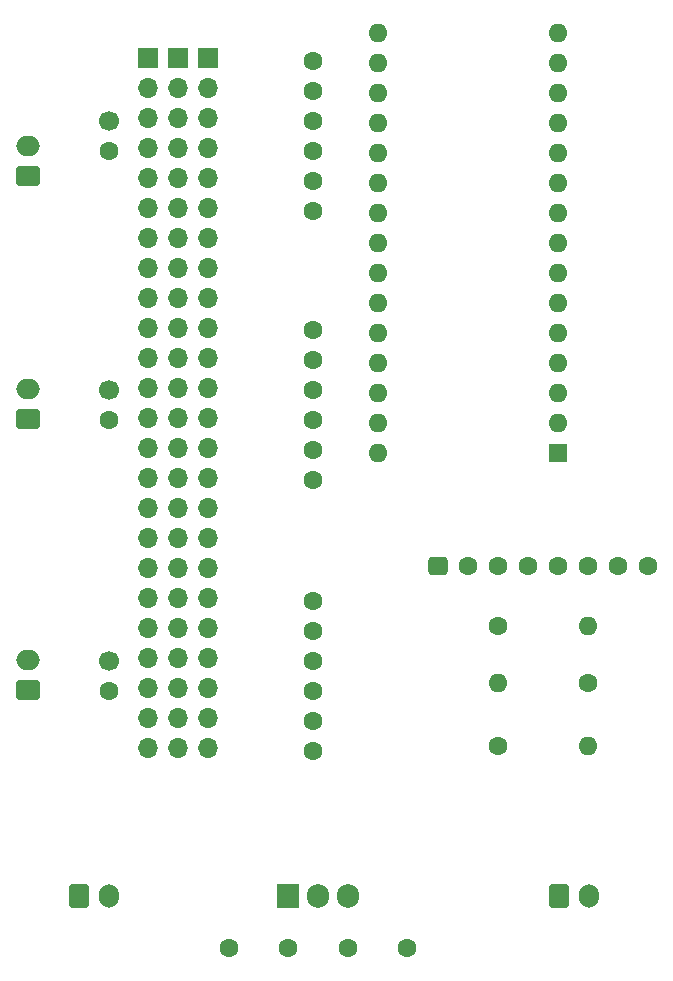
<source format=gbr>
%TF.GenerationSoftware,KiCad,Pcbnew,7.0.6*%
%TF.CreationDate,2023-07-22T19:38:55-06:00*%
%TF.ProjectId,Vib,5669622e-6b69-4636-9164-5f7063625858,3*%
%TF.SameCoordinates,Original*%
%TF.FileFunction,Soldermask,Bot*%
%TF.FilePolarity,Negative*%
%FSLAX46Y46*%
G04 Gerber Fmt 4.6, Leading zero omitted, Abs format (unit mm)*
G04 Created by KiCad (PCBNEW 7.0.6) date 2023-07-22 19:38:55*
%MOMM*%
%LPD*%
G01*
G04 APERTURE LIST*
G04 Aperture macros list*
%AMRoundRect*
0 Rectangle with rounded corners*
0 $1 Rounding radius*
0 $2 $3 $4 $5 $6 $7 $8 $9 X,Y pos of 4 corners*
0 Add a 4 corners polygon primitive as box body*
4,1,4,$2,$3,$4,$5,$6,$7,$8,$9,$2,$3,0*
0 Add four circle primitives for the rounded corners*
1,1,$1+$1,$2,$3*
1,1,$1+$1,$4,$5*
1,1,$1+$1,$6,$7*
1,1,$1+$1,$8,$9*
0 Add four rect primitives between the rounded corners*
20,1,$1+$1,$2,$3,$4,$5,0*
20,1,$1+$1,$4,$5,$6,$7,0*
20,1,$1+$1,$6,$7,$8,$9,0*
20,1,$1+$1,$8,$9,$2,$3,0*%
G04 Aperture macros list end*
%ADD10O,1.700000X2.000000*%
%ADD11RoundRect,0.250000X-0.600000X-0.750000X0.600000X-0.750000X0.600000X0.750000X-0.600000X0.750000X0*%
%ADD12O,2.000000X1.700000*%
%ADD13RoundRect,0.250000X0.750000X-0.600000X0.750000X0.600000X-0.750000X0.600000X-0.750000X-0.600000X0*%
%ADD14R,1.700000X1.700000*%
%ADD15O,1.700000X1.700000*%
%ADD16C,1.600000*%
%ADD17C,1.700000*%
%ADD18O,1.600000X1.600000*%
%ADD19R,1.600000X1.600000*%
%ADD20O,1.905000X2.000000*%
%ADD21R,1.905000X2.000000*%
%ADD22RoundRect,0.400000X0.450000X-0.400000X0.450000X0.400000X-0.450000X0.400000X-0.450000X-0.400000X0*%
G04 APERTURE END LIST*
D10*
%TO.C,J4*%
X91480000Y-116840000D03*
D11*
X88940000Y-116840000D03*
%TD*%
D10*
%TO.C,LED Connector*%
X50840000Y-116840000D03*
D11*
X48300000Y-116840000D03*
%TD*%
D12*
%TO.C,J1*%
X44009513Y-96920804D03*
D13*
X44009513Y-99460804D03*
%TD*%
D12*
%TO.C,J2*%
X44009513Y-73972611D03*
D13*
X44009513Y-76512611D03*
%TD*%
D12*
%TO.C,J3*%
X44009513Y-53340000D03*
D13*
X44009513Y-55880000D03*
%TD*%
D14*
%TO.C,REF\u002A\u002A*%
X56705780Y-45893906D03*
D15*
X56705780Y-48433906D03*
X56705780Y-50973906D03*
X56705780Y-53513906D03*
X56705780Y-56053906D03*
X56705780Y-58593906D03*
X56705780Y-61133906D03*
X56705780Y-63673906D03*
X56705780Y-66213906D03*
X56705780Y-68753906D03*
X56705780Y-71293906D03*
X56705780Y-73833906D03*
X56705780Y-76373906D03*
X56705780Y-78913906D03*
X56705780Y-81453906D03*
X56705780Y-83993906D03*
X56705780Y-86533906D03*
X56705780Y-89073906D03*
X56705780Y-91613906D03*
X56705780Y-94153906D03*
X56705780Y-96693906D03*
X56705780Y-99233906D03*
X56705780Y-101773906D03*
X56705780Y-104313906D03*
%TD*%
%TO.C,REF\u002A\u002A*%
X54165780Y-104313906D03*
X54165780Y-101773906D03*
X54165780Y-99233906D03*
X54165780Y-96693906D03*
X54165780Y-94153906D03*
X54165780Y-91613906D03*
X54165780Y-89073906D03*
X54165780Y-86533906D03*
X54165780Y-83993906D03*
X54165780Y-81453906D03*
X54165780Y-78913906D03*
X54165780Y-76373906D03*
X54165780Y-73833906D03*
X54165780Y-71293906D03*
X54165780Y-68753906D03*
X54165780Y-66213906D03*
X54165780Y-63673906D03*
X54165780Y-61133906D03*
X54165780Y-58593906D03*
X54165780Y-56053906D03*
X54165780Y-53513906D03*
X54165780Y-50973906D03*
X54165780Y-48433906D03*
D14*
X54165780Y-45893906D03*
%TD*%
%TO.C,REF\u002A\u002A*%
X59245780Y-45893906D03*
D15*
X59245780Y-48433906D03*
X59245780Y-50973906D03*
X59245780Y-53513906D03*
X59245780Y-56053906D03*
X59245780Y-58593906D03*
X59245780Y-61133906D03*
X59245780Y-63673906D03*
X59245780Y-66213906D03*
X59245780Y-68753906D03*
X59245780Y-71293906D03*
X59245780Y-73833906D03*
X59245780Y-76373906D03*
X59245780Y-78913906D03*
X59245780Y-81453906D03*
X59245780Y-83993906D03*
X59245780Y-86533906D03*
X59245780Y-89073906D03*
X59245780Y-91613906D03*
X59245780Y-94153906D03*
X59245780Y-96693906D03*
X59245780Y-99233906D03*
X59245780Y-101773906D03*
X59245780Y-104313906D03*
%TD*%
D16*
%TO.C,C1*%
X66040000Y-121295000D03*
X61040000Y-121295000D03*
%TD*%
D17*
%TO.C,U3*%
X50875934Y-51247611D03*
D16*
X50875934Y-53787611D03*
X68130128Y-46169872D03*
X68130128Y-48709872D03*
X68130128Y-51249872D03*
X68130128Y-53789872D03*
X68130128Y-56329872D03*
X68130128Y-58869872D03*
%TD*%
D18*
%TO.C,A1*%
X73660000Y-79370000D03*
X73660000Y-76830000D03*
X73660000Y-74290000D03*
X73660000Y-71750000D03*
X73660000Y-69210000D03*
X73660000Y-66670000D03*
X73660000Y-64130000D03*
X73660000Y-61590000D03*
X73660000Y-59050000D03*
X73660000Y-56510000D03*
X73660000Y-53970000D03*
X73660000Y-51430000D03*
X73660000Y-48890000D03*
X73660000Y-46350000D03*
X73660000Y-43810000D03*
X88900000Y-43810000D03*
X88900000Y-46350000D03*
X88900000Y-48890000D03*
X88900000Y-51430000D03*
X88900000Y-53970000D03*
X88900000Y-56510000D03*
X88900000Y-59050000D03*
X88900000Y-61590000D03*
X88900000Y-64130000D03*
X88900000Y-66670000D03*
X88900000Y-69210000D03*
X88900000Y-71750000D03*
X88900000Y-74290000D03*
X88900000Y-76830000D03*
D19*
X88900000Y-79370000D03*
%TD*%
D16*
%TO.C,C2*%
X76120000Y-121295000D03*
X71120000Y-121295000D03*
%TD*%
D18*
%TO.C,R3*%
X91455881Y-104140000D03*
D16*
X83835881Y-104140000D03*
%TD*%
D18*
%TO.C,R2*%
X91440000Y-93980000D03*
D16*
X83820000Y-93980000D03*
%TD*%
D20*
%TO.C,U5*%
X71120000Y-116840000D03*
X68580000Y-116840000D03*
D21*
X66040000Y-116840000D03*
%TD*%
D18*
%TO.C,R1*%
X83835881Y-98813340D03*
D16*
X91455881Y-98813340D03*
%TD*%
D17*
%TO.C,U1*%
X50903531Y-96960804D03*
D16*
X50903531Y-99500804D03*
X68157725Y-91883065D03*
X68157725Y-94423065D03*
X68157725Y-96963065D03*
X68157725Y-99503065D03*
X68157725Y-102043065D03*
X68157725Y-104583065D03*
%TD*%
%TO.C,U4*%
X96520000Y-88900000D03*
X93980000Y-88900000D03*
X91440000Y-88900000D03*
X88900000Y-88900000D03*
X86360000Y-88900000D03*
X83820000Y-88900000D03*
X81280000Y-88900000D03*
D22*
X78740000Y-88900000D03*
%TD*%
D17*
%TO.C,U2*%
X50875934Y-74012611D03*
D16*
X50875934Y-76552611D03*
X68130128Y-68934872D03*
X68130128Y-71474872D03*
X68130128Y-74014872D03*
X68130128Y-76554872D03*
X68130128Y-79094872D03*
X68130128Y-81634872D03*
%TD*%
M02*

</source>
